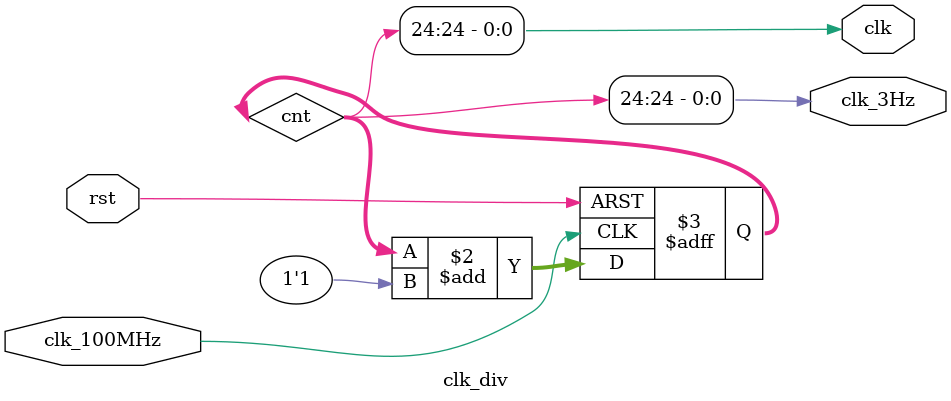
<source format=v>
module	 clk_div  ( 
// 输入端口         
    input				clk_100MHz,      //系统时钟信号
    input				rst,      //系统复位信号
    
// 输出端口         
    output				clk,
    output				clk_3Hz
    
);
                                    
// 其他信号定义         
    reg     [24:0]       cnt;
                                     
// 计数       
 always @(posedge clk_100MHz or posedge rst) begin 
     if (rst ) begin  
          cnt<=25'b0;         
     end 
     else  begin 
          cnt<=cnt+1'b1;               
     end 
end 
                       
 //分频时钟
 assign     clk         =   cnt[24];
 assign     clk_3Hz     =   cnt[24];
endmodule
</source>
